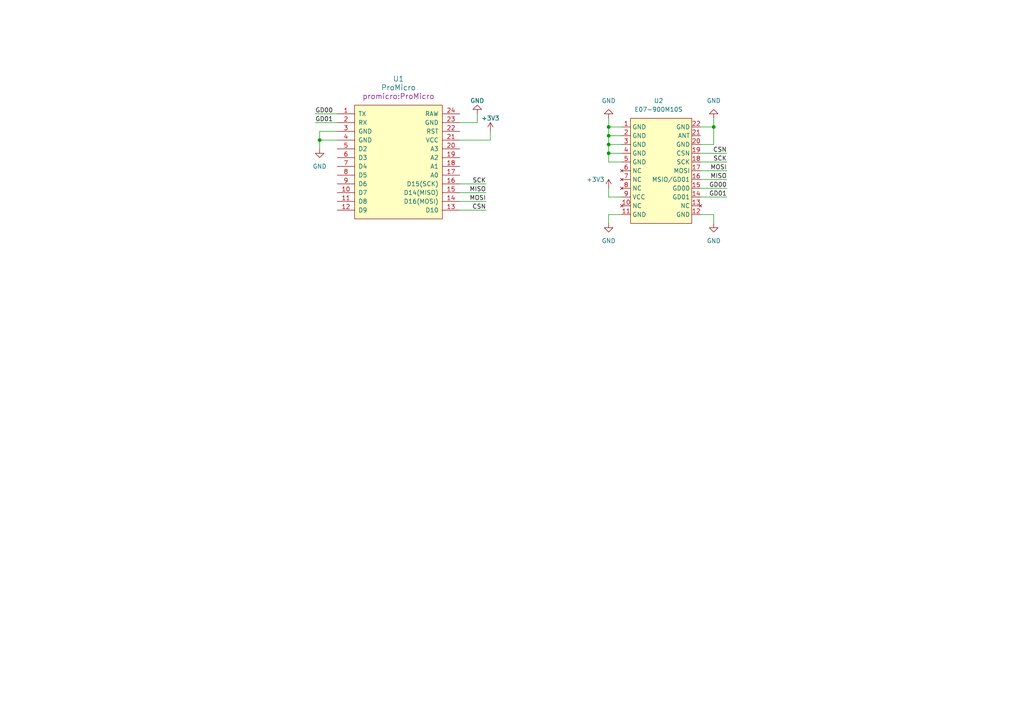
<source format=kicad_sch>
(kicad_sch (version 20230121) (generator eeschema)
  (paper "A4")
  (lib_symbols
    (symbol "ebyte-lib:E07-900M10S"
      (property "Reference" "U" (at -2.54 0 0))
      (property "Value" "E07-900M10S" (at 5.08 -33.02 0))
      (symbol "E07-900M10S_0_0"
        (text "" (at -5.08 -13.97 0) (effects (font (size 1.27 1.27))))
      )
      (symbol "E07-900M10S_1_1"
        (rectangle (start -3.81 -1.27) (end 13.97 -31.75) (fill (type background)))
        (pin power_in line (at -6.35 -3.81 0) (length 2.54) (name "GND") (number "1"))
        (pin no_connect line (at -6.35 -26.67 0) (length 2.54) (name "NC") (number "10"))
        (pin power_in line (at -6.35 -29.21 0) (length 2.54) (name "GND") (number "11"))
        (pin power_in line (at 16.51 -29.21 180) (length 2.54) (name "GND") (number "12"))
        (pin no_connect line (at 16.51 -26.67 180) (length 2.54) (name "NC") (number "13"))
        (pin unspecified line (at 16.51 -24.13 180) (length 2.54) (name "GD01") (number "14"))
        (pin unspecified line (at 16.51 -21.59 180) (length 2.54) (name "GD00") (number "15"))
        (pin output line (at 16.51 -19.05 180) (length 2.54) (name "MSIO/GD01") (number "16"))
        (pin input line (at 16.51 -16.51 180) (length 2.54) (name "MOSI") (number "17"))
        (pin input line (at 16.51 -13.97 180) (length 2.54) (name "SCK") (number "18"))
        (pin input line (at 16.51 -11.43 180) (length 2.54) (name "CSN") (number "19"))
        (pin power_in line (at -6.35 -6.35 0) (length 2.54) (name "GND") (number "2"))
        (pin power_in line (at 16.51 -8.89 180) (length 2.54) (name "GND") (number "20"))
        (pin bidirectional line (at 16.51 -6.35 180) (length 2.54) (name "ANT") (number "21"))
        (pin power_in line (at 16.51 -3.81 180) (length 2.54) (name "GND") (number "22"))
        (pin power_in line (at -6.35 -8.89 0) (length 2.54) (name "GND") (number "3"))
        (pin power_in line (at -6.35 -11.43 0) (length 2.54) (name "GND") (number "4"))
        (pin power_in line (at -6.35 -13.97 0) (length 2.54) (name "GND") (number "5"))
        (pin no_connect line (at -6.35 -16.51 0) (length 2.54) (name "NC") (number "6"))
        (pin no_connect line (at -6.35 -19.05 0) (length 2.54) (name "NC") (number "7"))
        (pin no_connect line (at -6.35 -21.59 0) (length 2.54) (name "NC") (number "8"))
        (pin power_in line (at -6.35 -24.13 0) (length 2.54) (name "VCC") (number "9"))
      )
    )
    (symbol "power:+3V3" (power) (pin_names (offset 0))
      (property "Value" "+3V3" (at 0 3.556 0))
      (symbol "+3V3_0_1"
        (polyline (pts (xy -0.762 1.27) (xy 0 2.54)))
        (polyline (pts (xy 0 0) (xy 0 2.54)))
        (polyline (pts (xy 0 2.54) (xy 0.762 1.27)))
      )
      (symbol "+3V3_1_1"
        (pin power_in line (at 0 0 90) (length 0) hide (name "+3V3") (number "1"))
      )
    )
    (symbol "power:GND" (power) (pin_names (offset 0))
      (property "Value" "GND" (at 0 -3.81 0))
      (symbol "GND_0_1"
        (polyline (pts (xy 0 0) (xy 0 -1.27) (xy 1.27 -1.27) (xy 0 -2.54) (xy -1.27 -1.27) (xy 0 -1.27)))
      )
      (symbol "GND_1_1"
        (pin power_in line (at 0 0 270) (length 0) hide (name "GND") (number "1"))
      )
    )
    (symbol "promicro:ProMicro" (pin_names (offset 1.016))
      (property "Reference" "U" (at 0 24.13 0))
      (property "Value" "ProMicro" (at 0 -13.97 0))
      (property "Footprint" "promicro:ProMicro" (at 2.54 -26.67 0))
      (symbol "ProMicro_1_1"
        (rectangle (start -12.7 21.59) (end 12.7 -11.43) (fill (type background)))
        (pin bidirectional line (at -17.78 19.05 0) (length 5.08) (name "TX") (number "1"))
        (pin bidirectional line (at -17.78 -3.81 0) (length 5.08) (name "D7") (number "10"))
        (pin bidirectional line (at -17.78 -6.35 0) (length 5.08) (name "D8") (number "11"))
        (pin bidirectional line (at -17.78 -8.89 0) (length 5.08) (name "D9") (number "12"))
        (pin bidirectional line (at 17.78 -8.89 180) (length 5.08) (name "D10") (number "13"))
        (pin bidirectional line (at 17.78 -6.35 180) (length 5.08) (name "D16(MOSI)") (number "14"))
        (pin bidirectional line (at 17.78 -3.81 180) (length 5.08) (name "D14(MISO)") (number "15"))
        (pin bidirectional line (at 17.78 -1.27 180) (length 5.08) (name "D15(SCK)") (number "16"))
        (pin bidirectional line (at 17.78 1.27 180) (length 5.08) (name "A0") (number "17"))
        (pin bidirectional line (at 17.78 3.81 180) (length 5.08) (name "A1") (number "18"))
        (pin bidirectional line (at 17.78 6.35 180) (length 5.08) (name "A2") (number "19"))
        (pin bidirectional line (at -17.78 16.51 0) (length 5.08) (name "RX") (number "2"))
        (pin bidirectional line (at 17.78 8.89 180) (length 5.08) (name "A3") (number "20"))
        (pin power_in line (at 17.78 11.43 180) (length 5.08) (name "VCC") (number "21"))
        (pin input line (at 17.78 13.97 180) (length 5.08) (name "RST") (number "22"))
        (pin power_in line (at 17.78 16.51 180) (length 5.08) (name "GND") (number "23"))
        (pin power_out line (at 17.78 19.05 180) (length 5.08) (name "RAW") (number "24"))
        (pin power_in line (at -17.78 13.97 0) (length 5.08) (name "GND") (number "3"))
        (pin power_in line (at -17.78 11.43 0) (length 5.08) (name "GND") (number "4"))
        (pin bidirectional line (at -17.78 8.89 0) (length 5.08) (name "D2") (number "5"))
        (pin bidirectional line (at -17.78 6.35 0) (length 5.08) (name "D3") (number "6"))
        (pin bidirectional line (at -17.78 3.81 0) (length 5.08) (name "D4") (number "7"))
        (pin bidirectional line (at -17.78 1.27 0) (length 5.08) (name "D5") (number "8"))
        (pin bidirectional line (at -17.78 -1.27 0) (length 5.08) (name "D6") (number "9"))
      )
    )
  )
  (junction (at 176.53 36.83))
  (junction (at 207.01 36.83))
  (junction (at 92.71 40.64))
  (junction (at 176.53 44.45))
  (junction (at 176.53 41.91))
  (junction (at 176.53 39.37))
  (wire (pts (xy 91.44 35.56) (xy 97.79 35.56)))
  (wire (pts (xy 92.71 38.1) (xy 97.79 38.1)))
  (wire (pts (xy 176.53 41.91) (xy 176.53 39.37)))
  (wire (pts (xy 203.2 36.83) (xy 207.01 36.83)))
  (wire (pts (xy 203.2 62.23) (xy 207.01 62.23)))
  (wire (pts (xy 138.43 33.02) (xy 138.43 35.56)))
  (wire (pts (xy 207.01 62.23) (xy 207.01 64.77)))
  (wire (pts (xy 176.53 44.45) (xy 176.53 41.91)))
  (wire (pts (xy 203.2 54.61) (xy 210.82 54.61)))
  (wire (pts (xy 180.34 57.15) (xy 176.53 57.15)))
  (wire (pts (xy 92.71 40.64) (xy 92.71 38.1)))
  (wire (pts (xy 92.71 43.18) (xy 92.71 40.64)))
  (wire (pts (xy 133.35 60.96) (xy 140.97 60.96)))
  (wire (pts (xy 176.53 39.37) (xy 176.53 36.83)))
  (wire (pts (xy 176.53 64.77) (xy 176.53 62.23)))
  (wire (pts (xy 207.01 34.29) (xy 207.01 36.83)))
  (wire (pts (xy 133.35 55.88) (xy 140.97 55.88)))
  (wire (pts (xy 133.35 58.42) (xy 140.97 58.42)))
  (wire (pts (xy 180.34 46.99) (xy 176.53 46.99)))
  (wire (pts (xy 203.2 57.15) (xy 210.82 57.15)))
  (wire (pts (xy 142.24 40.64) (xy 133.35 40.64)))
  (wire (pts (xy 176.53 62.23) (xy 180.34 62.23)))
  (wire (pts (xy 203.2 52.07) (xy 210.82 52.07)))
  (wire (pts (xy 91.44 33.02) (xy 97.79 33.02)))
  (wire (pts (xy 203.2 41.91) (xy 207.01 41.91)))
  (wire (pts (xy 176.53 41.91) (xy 180.34 41.91)))
  (wire (pts (xy 176.53 44.45) (xy 180.34 44.45)))
  (wire (pts (xy 176.53 57.15) (xy 176.53 54.61)))
  (wire (pts (xy 176.53 46.99) (xy 176.53 44.45)))
  (wire (pts (xy 203.2 49.53) (xy 210.82 49.53)))
  (wire (pts (xy 133.35 35.56) (xy 138.43 35.56)))
  (wire (pts (xy 180.34 36.83) (xy 176.53 36.83)))
  (wire (pts (xy 92.71 40.64) (xy 97.79 40.64)))
  (wire (pts (xy 133.35 53.34) (xy 140.97 53.34)))
  (wire (pts (xy 176.53 39.37) (xy 180.34 39.37)))
  (wire (pts (xy 203.2 46.99) (xy 210.82 46.99)))
  (wire (pts (xy 176.53 36.83) (xy 176.53 34.29)))
  (wire (pts (xy 203.2 44.45) (xy 210.82 44.45)))
  (wire (pts (xy 207.01 41.91) (xy 207.01 36.83)))
  (wire (pts (xy 142.24 38.1) (xy 142.24 40.64)))
  (label "GD01" (at 210.82 57.15 180))
  (label "MISO" (at 140.97 55.88 180))
  (label "SCK" (at 140.97 53.34 180))
  (label "SCK" (at 210.82 46.99 180))
  (label "GD00" (at 91.44 33.02 0))
  (label "GD00" (at 210.82 54.61 180))
  (label "GD01" (at 91.44 35.56 0))
  (label "MISO" (at 210.82 52.07 180))
  (label "MOSI" (at 140.97 58.42 180))
  (label "CSN" (at 140.97 60.96 180))
  (label "MOSI" (at 210.82 49.53 180))
  (label "CSN" (at 210.82 44.45 180))
  (symbol (lib_id "power:GND") (at 176.53 34.29 180) (unit 1)
    (property "Reference" "#PWR08" (effects hide))
    (property "Value" "GND" (at 176.53 29.21 0))
  )
  (symbol (lib_id "power:GND") (at 138.43 33.02 180) (unit 1)
    (property "Reference" "#PWR02" (effects hide))
    (property "Value" "GND" (at 138.43 29.21 0))
  )
  (symbol (lib_id "power:GND") (at 207.01 34.29 180) (unit 1)
    (property "Reference" "#PWR012" (effects hide))
    (property "Value" "GND" (at 207.01 29.21 0))
  )
  (symbol (lib_id "power:+3V3") (at 142.24 38.1 0) (unit 1)
    (property "Reference" "#PWR03" (effects hide))
    (property "Value" "+3V3" (at 142.24 34.29 0))
  )
  (symbol (lib_id "power:+3V3") (at 176.53 54.61 0) (unit 1)
    (property "Reference" "#PWR09" (effects hide))
    (property "Value" "+3V3" (at 172.72 52.07 0))
  )
  (symbol (lib_id "power:GND") (at 176.53 64.77 0) (unit 1)
    (property "Reference" "#PWR010" (effects hide))
    (property "Value" "GND" (at 176.53 69.85 0))
  )
  (symbol (lib_id "ebyte-lib:E07-900M10S") (at 186.69 33.02 0) (unit 1)
    (property "Reference" "U2" (at 191.0159 29.21 0))
    (property "Value" "E07-900M10S" (at 191.0159 31.75 0))
    (property "Footprint" "ebyte-lib:E07-900M10S" (effects hide))
  )
  (symbol (lib_id "power:GND") (at 207.01 64.77 0) (unit 1)
    (property "Reference" "#PWR011" (effects hide))
    (property "Value" "GND" (at 207.01 69.85 0))
  )
  (symbol (lib_id "power:GND") (at 92.71 43.18 0) (unit 1)
    (property "Reference" "#PWR01" (effects hide))
    (property "Value" "GND" (at 92.71 48.26 0))
  )
  (symbol (lib_id "promicro:ProMicro") (at 115.57 52.07 0) (unit 1)
    (property "Reference" "U1" (at 115.57 22.86 0) (effects (font (size 1.524 1.524))))
    (property "Value" "ProMicro" (at 115.57 25.4 0) (effects (font (size 1.524 1.524))))
    (property "Footprint" "promicro:ProMicro" (at 115.57 27.94 0) (effects (font (size 1.524 1.524))))
  )
)
</source>
